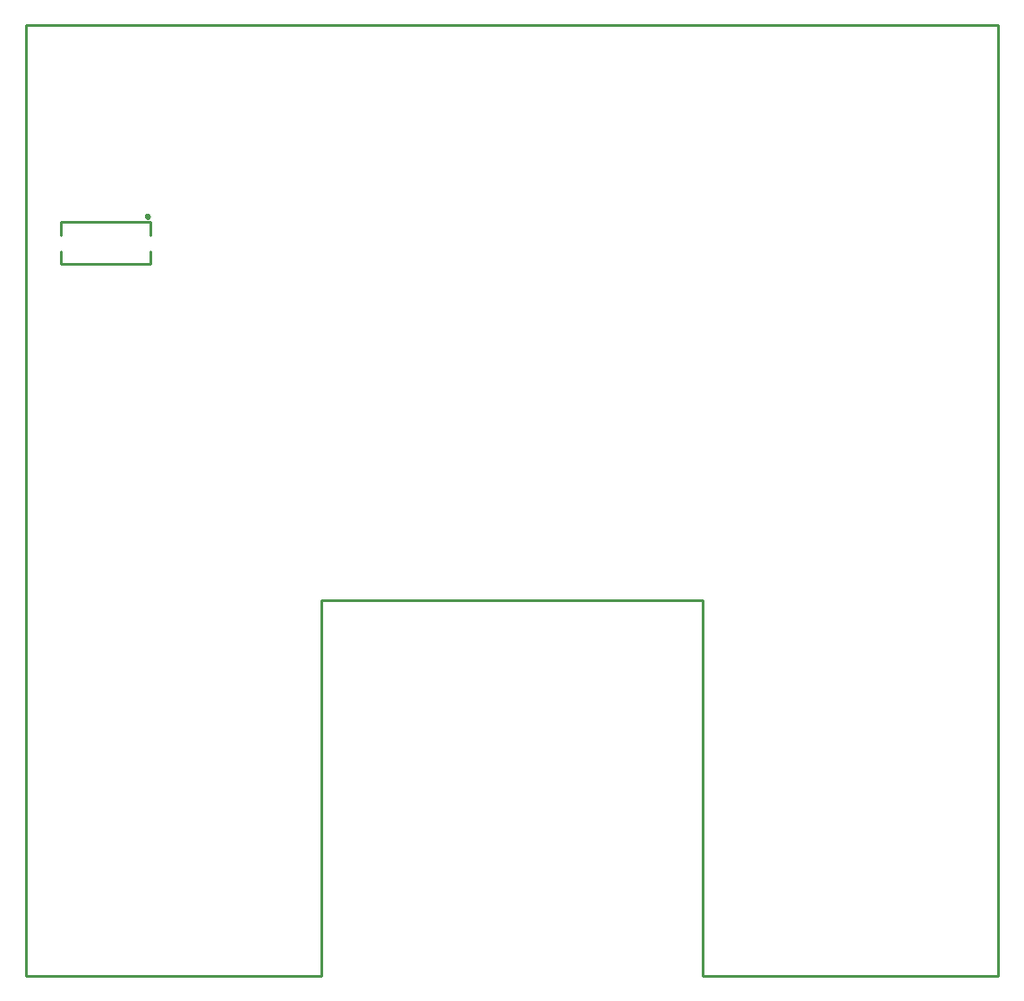
<source format=gm1>
G04*
G04 #@! TF.GenerationSoftware,Altium Limited,Altium Designer,20.2.6 (244)*
G04*
G04 Layer_Color=16711935*
%FSLAX24Y24*%
%MOIN*%
G70*
G04*
G04 #@! TF.SameCoordinates,FA5C595E-BAF6-4CA8-81BB-533EFFED9D24*
G04*
G04*
G04 #@! TF.FilePolarity,Positive*
G04*
G01*
G75*
%ADD11C,0.0100*%
D11*
X20921Y34850D02*
G03*
X20921Y34850I-71J0D01*
G01*
X41520Y6570D02*
Y20570D01*
X27300D02*
X41520D01*
X17600Y34650D02*
X20950D01*
X17600Y33100D02*
X20950D01*
X17600Y33125D02*
Y33575D01*
Y34175D02*
Y34625D01*
X20950Y34175D02*
Y34625D01*
Y33125D02*
Y33575D01*
X27300Y6570D02*
Y20570D01*
X41520Y6570D02*
X52520D01*
X16300D02*
X27300D01*
X16300D02*
Y42000D01*
X52520Y6570D02*
Y42000D01*
X16300D02*
X52520D01*
X20921Y34850D02*
G03*
X20921Y34850I-71J0D01*
G01*
X41520Y6570D02*
Y20570D01*
X27300D02*
X41520D01*
X17600Y34650D02*
X20950D01*
X17600Y33100D02*
X20950D01*
X17600Y33125D02*
Y33575D01*
Y34175D02*
Y34625D01*
X20950Y34175D02*
Y34625D01*
Y33125D02*
Y33575D01*
X27300Y6570D02*
Y20570D01*
X41520Y6570D02*
X52520D01*
X16300D02*
X27300D01*
X16300D02*
Y42000D01*
X52520Y6570D02*
Y42000D01*
X16300D02*
X52520D01*
M02*

</source>
